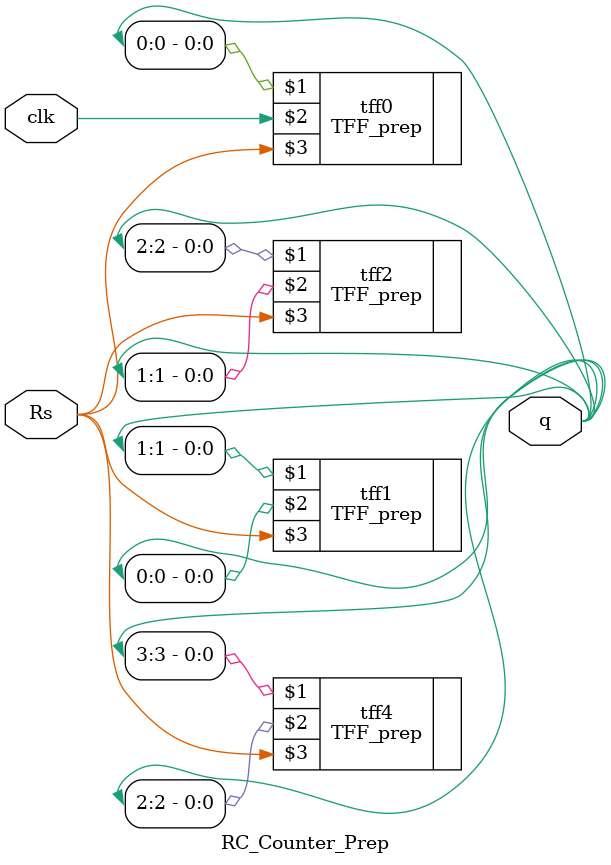
<source format=v>
`timescale 1ns / 1ps


module RC_Counter_Prep(q, clk, Rs );
input clk, Rs;
output [3:0] q;

TFF_prep    tff0(q[0], clk, Rs );
TFF_prep    tff1(q[1], q[0], Rs );
TFF_prep    tff2(q[2], q[1], Rs );
TFF_prep    tff4(q[3], q[2], Rs );

endmodule





</source>
